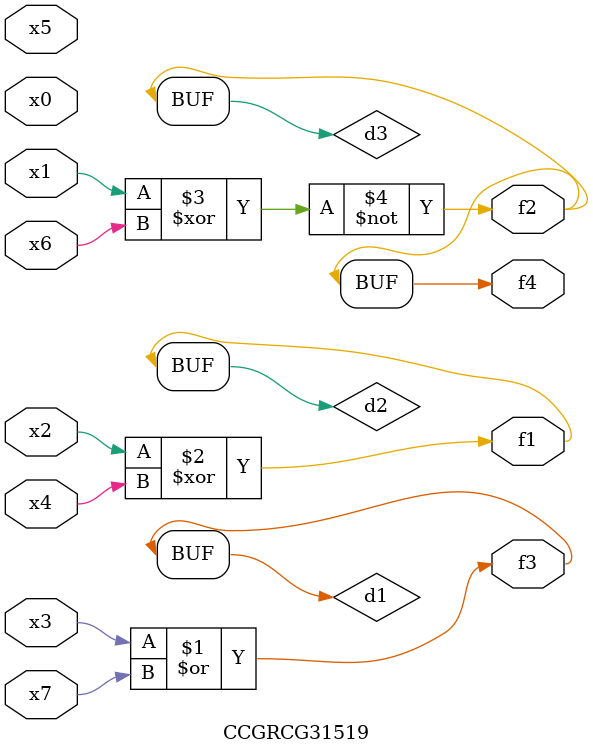
<source format=v>
module CCGRCG31519(
	input x0, x1, x2, x3, x4, x5, x6, x7,
	output f1, f2, f3, f4
);

	wire d1, d2, d3;

	or (d1, x3, x7);
	xor (d2, x2, x4);
	xnor (d3, x1, x6);
	assign f1 = d2;
	assign f2 = d3;
	assign f3 = d1;
	assign f4 = d3;
endmodule

</source>
